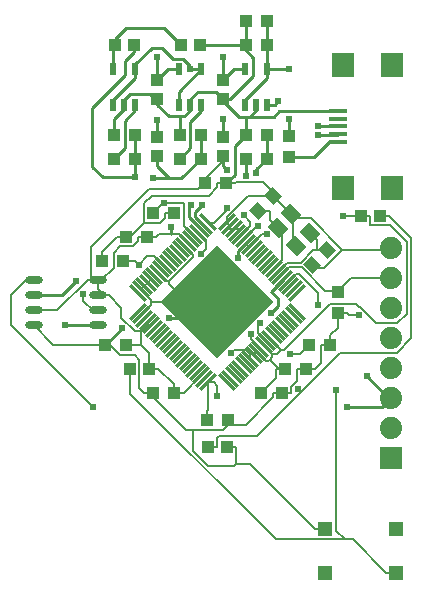
<source format=gtl>
G04 Layer: TopLayer*
G04 EasyEDA v6.5.42, 2024-03-17 19:56:20*
G04 22851bfb20aa482085f49a562fa88950,7084cd4cda9a42c7a5f6ba31724bf8e5,10*
G04 Gerber Generator version 0.2*
G04 Scale: 100 percent, Rotated: No, Reflected: No *
G04 Dimensions in millimeters *
G04 leading zeros omitted , absolute positions ,4 integer and 5 decimal *
%FSLAX45Y45*%
%MOMM*%

%AMMACRO1*21,1,$1,$2,0,0,$3*%
%ADD10C,0.2032*%
%ADD11C,0.2540*%
%ADD12O,1.5200122X0.5999988*%
%ADD13R,0.5500X1.0000*%
%ADD14R,1.0000X1.1000*%
%ADD15R,1.1000X1.0000*%
%ADD16R,1.5240X0.4000*%
%ADD17R,1.9000X2.1000*%
%ADD18MACRO1,1X1.1X-134.9990*%
%ADD19MACRO1,1X1.1X-135.0000*%
%ADD20R,1.2000X1.2000*%
%ADD21MACRO1,1.4X1.15X135.0007*%
%ADD22MACRO1,1.4X1.15X135.0000*%
%ADD23MACRO1,1.4X1.15X134.9993*%
%ADD24MACRO1,0.2489X1.905X135.0000*%
%ADD25MACRO1,0.2515X1.905X134.9959*%
%ADD26MACRO1,0.2489X1.905X135.0041*%
%ADD27MACRO1,0.2515X1.905X135.0041*%
%ADD28MACRO1,0.2489X1.905X134.9959*%
%ADD29MACRO1,0.2514X1.905X135.0000*%
%ADD30MACRO1,0.2489X1.905X45.0041*%
%ADD31MACRO1,0.2489X1.905X44.9959*%
%ADD32MACRO1,0.2515X1.905X45.0041*%
%ADD33MACRO1,0.2514X1.905X45.0000*%
%ADD34MACRO1,0.2489X1.905X45.0000*%
%ADD35MACRO1,0.2515X1.905X44.9959*%
%ADD36MACRO1,6.7488X6.7488X45.0002*%
%ADD37R,1.8796X1.8796*%
%ADD38C,1.8796*%
%ADD39C,0.6096*%
%ADD40C,0.0111*%

%LPD*%
D10*
X8731498Y5986779D02*
G01*
X8650218Y5905500D01*
X8569959Y5905500D01*
D11*
X9220200Y5720079D02*
G01*
X9403079Y5537200D01*
X9423400Y5537200D01*
X8204911Y6852691D02*
G01*
X8130540Y6778320D01*
X8130540Y6723379D01*
X8515858Y6541515D02*
G01*
X8409940Y6436360D01*
X8465820Y6380479D01*
X8465820Y6311900D01*
X8409940Y6256020D01*
X8006079Y7899400D02*
G01*
X8003540Y7896860D01*
X8003540Y7743164D01*
X8003540Y8225789D02*
G01*
X8003540Y8427720D01*
X8372957Y7561579D02*
G01*
X8285479Y7474102D01*
X8285479Y7439660D01*
X8034020Y7467600D02*
G01*
X8003540Y7498079D01*
X8003540Y7583170D01*
X8192947Y7764779D02*
G01*
X8100059Y7671892D01*
X8100059Y7428407D01*
X8030032Y7358379D01*
X7444740Y7583170D02*
G01*
X7444740Y7498079D01*
X7546340Y7396479D01*
X7649057Y7396479D01*
X7814157Y7561579D01*
X7411720Y7396479D02*
G01*
X7546340Y7396479D01*
D10*
X9173209Y7078979D02*
G01*
X9019540Y7078979D01*
D11*
X6662414Y6156957D02*
G01*
X6667492Y6151879D01*
X6946569Y6151879D01*
X6761485Y6527800D02*
G01*
X6639565Y6405879D01*
X6398590Y6405879D01*
X7546340Y6212839D02*
G01*
X7819542Y6212839D01*
X7953629Y6346926D01*
X7004227Y5986779D02*
G01*
X7007859Y5986779D01*
X7147559Y6126479D01*
D10*
X7758938Y6909308D02*
G01*
X7673593Y6994652D01*
X7673593Y7176008D01*
X7663941Y7185405D01*
X7500620Y7185405D01*
D11*
X7559040Y6987539D02*
G01*
X7559040Y6926326D01*
X7843774Y6994144D02*
G01*
X7764779Y7071360D01*
X7764779Y7109460D01*
X7825740Y7170420D01*
X7815529Y6965848D02*
G01*
X7711440Y7069937D01*
X7711440Y7147560D01*
X7734300Y7170420D01*
D10*
X8034020Y7147560D02*
G01*
X8034020Y7130293D01*
X7926064Y7022337D01*
D11*
X8978651Y7770873D02*
G01*
X8972557Y7764779D01*
X8806179Y7764779D01*
X8806179Y7838439D02*
G01*
X8976111Y7838439D01*
X8978651Y7835900D01*
X7634147Y7764779D02*
G01*
X7634147Y7922260D01*
X8193024Y7561579D02*
G01*
X8194040Y7419339D01*
X8377936Y8021167D02*
G01*
X8440267Y8021167D01*
X8470900Y8051800D01*
D10*
X7850124Y7358379D02*
G01*
X7850124Y7387844D01*
X8003540Y7541260D01*
X8003540Y7583170D01*
D11*
X7819136Y8021167D02*
G01*
X7819136Y7968995D01*
X7724140Y7874000D01*
X7724140Y7651572D01*
X7634147Y7561579D01*
X7245350Y8526779D02*
G01*
X7245350Y8462010D01*
X7172959Y8389620D01*
X7172959Y8270239D01*
X6896100Y7993379D01*
X6896100Y7495539D01*
X6987540Y7404100D01*
X7254240Y7404100D01*
X7256779Y7406639D01*
X7444740Y7894320D02*
G01*
X7444740Y7743164D01*
X7444740Y8225789D02*
G01*
X7444740Y8427720D01*
X7819136Y8321039D02*
G01*
X7724140Y8323579D01*
X8377936Y8321167D02*
G01*
X8557133Y8321167D01*
X8559800Y8318500D01*
X8562340Y7758277D02*
G01*
X8562340Y7896860D01*
X8559800Y7899400D01*
X8372957Y8526779D02*
G01*
X8372957Y8729979D01*
X8377936Y8321167D02*
G01*
X8372957Y8326145D01*
X8372957Y8526779D01*
X8193024Y8526779D02*
G01*
X8193024Y8482076D01*
X8257540Y8417560D01*
X8257540Y8260079D01*
X8063229Y8065770D01*
X8003540Y8065770D01*
X8187943Y8021065D02*
G01*
X8187943Y8055863D01*
X8377936Y8245855D01*
X8377936Y8321039D01*
X8192947Y8526779D02*
G01*
X8192947Y8729979D01*
X7804124Y8526779D02*
G01*
X8192947Y8526779D01*
X7255256Y7561579D02*
G01*
X7256779Y7406639D01*
X7814157Y7764779D02*
G01*
X7814157Y7561579D01*
X8372957Y7764779D02*
G01*
X8372957Y7561579D01*
X8978747Y7705877D02*
G01*
X8902217Y7705877D01*
X8774607Y7578267D01*
X8562340Y7578267D01*
X8229600Y7919720D02*
G01*
X8432800Y7919720D01*
X8478977Y7965897D01*
X8978747Y7965897D01*
X8192947Y7764779D02*
G01*
X8192947Y7919720D01*
X8003540Y8065795D02*
G01*
X8003540Y8051800D01*
X8135620Y7919720D01*
X8229600Y7919720D01*
X8282940Y7973060D01*
X8282940Y8021167D01*
X7444740Y8065795D02*
G01*
X7444740Y8021320D01*
X7543800Y7922260D01*
X7675879Y7922260D01*
X7724140Y7970520D01*
X7724140Y8021167D01*
X7724140Y8021167D02*
G01*
X7724140Y8067039D01*
X7787640Y8130539D01*
X7938795Y8130539D01*
X8003540Y8065795D01*
X8003540Y8225789D02*
G01*
X8098916Y8321167D01*
X8187943Y8321167D01*
X7629143Y8021167D02*
G01*
X7629143Y8131175D01*
X7819136Y8321167D01*
X7629143Y8321167D02*
G01*
X7540116Y8321167D01*
X7444740Y8225789D01*
X7085355Y8526779D02*
G01*
X7085355Y8576335D01*
X7180579Y8671560D01*
X7499350Y8671560D01*
X7644129Y8526779D01*
X7070343Y8321167D02*
G01*
X7070343Y8511768D01*
X7085355Y8526779D01*
X7070343Y8021167D02*
G01*
X7070343Y8058404D01*
X7260336Y8248395D01*
X7260336Y8321167D01*
X7165340Y8021065D02*
G01*
X7165340Y8056879D01*
X7216140Y8107679D01*
X7386320Y8107679D01*
X7428229Y8065770D01*
X7444740Y8065770D01*
X7075424Y7561579D02*
G01*
X7170420Y7655560D01*
X7170420Y7881620D01*
X7260336Y7971536D01*
X7260336Y8021065D01*
X7075424Y7764779D02*
G01*
X7075424Y7895844D01*
X7165340Y7985760D01*
X7165340Y8021065D01*
X7255357Y7561579D02*
G01*
X7255344Y7764779D01*
D10*
X7867904Y5351779D02*
G01*
X7867904Y5432297D01*
X7872222Y5671312D02*
G01*
X7872222Y5436615D01*
X7867904Y5432297D01*
X8315959Y6169660D02*
G01*
X8296658Y6150358D01*
X8296658Y6088634D01*
X8374634Y6010653D01*
X7500620Y7185405D02*
G01*
X7491729Y7185405D01*
X7410704Y7104379D01*
X7872222Y5671312D02*
G01*
X7926070Y5671312D01*
X7926064Y5671312D02*
G01*
X7955279Y5642096D01*
X7955279Y5552439D01*
X9469374Y4056887D02*
G01*
X9383775Y4056887D01*
X7818120Y6756400D02*
G01*
X7860791Y6799071D01*
X7860791Y6864095D01*
X7787134Y6937499D01*
X9033769Y4341111D02*
G01*
X8961120Y4413760D01*
X8961120Y5605779D01*
X9383775Y4056887D02*
G01*
X9099550Y4341113D01*
X9033763Y4341113D01*
X9033763Y4341113D02*
G01*
X8447531Y4341113D01*
X7217409Y5571236D01*
X7217409Y5783579D01*
X8431022Y6626352D02*
G01*
X8505443Y6700773D01*
X8505443Y6937755D01*
X8465820Y6977379D01*
X8465820Y6977379D02*
G01*
X8400541Y7042658D01*
X8400541Y7116826D01*
X8300465Y7116826D02*
G01*
X8400541Y7116826D01*
X8796274Y6786879D02*
G01*
X8885174Y6786879D01*
X8734552Y6934962D02*
G01*
X8796274Y6873239D01*
X8796274Y6786879D01*
X8796274Y6786879D02*
G01*
X8796274Y6786879D01*
X8766556Y6786879D01*
X8659113Y6679437D01*
X8540750Y6679437D01*
X8459470Y6598158D01*
X9333229Y7078979D02*
G01*
X9408922Y7078979D01*
X7877809Y5123179D02*
G01*
X7953502Y5123179D01*
X8317991Y5954268D02*
G01*
X8239252Y6032754D01*
X8239252Y6080505D01*
X8640572Y5610860D02*
G01*
X8664447Y5586984D01*
X9408922Y7078979D02*
G01*
X9595358Y6892544D01*
X9595358Y6041389D01*
X9472168Y5918200D01*
X8995918Y5918200D01*
X8664447Y5586984D01*
X8664447Y5586984D02*
G01*
X8291068Y5213350D01*
X7967979Y5213350D01*
X7953502Y5198871D01*
X7953502Y5123179D01*
X7391400Y6152134D02*
G01*
X7364475Y6152134D01*
X7377429Y5783579D02*
G01*
X7377429Y5864097D01*
X7364475Y6152134D02*
G01*
X7362952Y6152134D01*
X7286497Y6901179D02*
G01*
X7286497Y6863334D01*
X7243572Y6820408D01*
X7129525Y6820408D01*
X7076947Y6768084D01*
X7076947Y6637528D01*
X6972300Y6532879D01*
X6946645Y6532879D01*
X7310881Y5986779D02*
G01*
X7184136Y5986779D01*
X7324343Y6901179D02*
G01*
X7286497Y6901179D01*
X7324343Y6901179D02*
G01*
X7361936Y6901179D01*
X7310881Y5986779D02*
G01*
X7377429Y5920231D01*
X7377429Y5864097D01*
X7872222Y7022337D02*
G01*
X7926070Y7022337D01*
X7850126Y7358379D02*
G01*
X7794246Y7302500D01*
X7673340Y7302500D01*
X7377429Y5783579D02*
G01*
X7453122Y5783579D01*
X7362952Y6152134D02*
G01*
X7362952Y6180581D01*
X7361936Y6901179D02*
G01*
X7437627Y6901179D01*
X7815579Y5727954D02*
G01*
X7668006Y5580379D01*
X7590536Y5580379D01*
X7590536Y5660897D02*
G01*
X7575550Y5660897D01*
X7453122Y5783579D01*
X7590536Y5580379D02*
G01*
X7590536Y5660897D01*
X8973820Y6432295D02*
G01*
X8973820Y6443726D01*
X9423400Y6553200D02*
G01*
X9083293Y6553200D01*
X8973820Y6443726D01*
X8973820Y6443726D02*
G01*
X8866886Y6443726D01*
X8666988Y6643623D01*
X8561324Y6643623D01*
X8487663Y6569963D01*
X7362952Y6152134D02*
G01*
X7310881Y6100063D01*
X7310881Y6100063D02*
G01*
X7310881Y5986779D01*
X6997700Y6410957D02*
G01*
X6946569Y6462087D01*
X6946569Y6532879D01*
X6946569Y6405879D02*
G01*
X7038340Y6405879D01*
X7142223Y6301996D01*
X7142223Y6212080D01*
X7253980Y6100061D01*
X7310884Y6100061D01*
X7702295Y6852665D02*
G01*
X7628890Y6926326D01*
X7462774Y6926326D01*
X7437627Y6901179D01*
X6946645Y6532879D02*
G01*
X6888479Y6532879D01*
X6888479Y6812279D01*
X7378700Y7302500D01*
X7673340Y7302500D01*
X6946569Y6532879D02*
G01*
X6905492Y6532879D01*
X6900415Y6537957D01*
X6398590Y6278879D02*
G01*
X6600187Y6278879D01*
X6859264Y6537957D01*
X6900415Y6537957D01*
X8176259Y7086600D02*
G01*
X8233915Y7028944D01*
X8233915Y6994649D01*
X8148314Y6909308D01*
X8176513Y6880860D02*
G01*
X8292084Y6996429D01*
X8299704Y6996429D01*
X8299704Y6996429D01*
X8233156Y6824471D02*
G01*
X8335263Y6926326D01*
X8370315Y6926326D01*
X6819651Y6418834D02*
G01*
X6819651Y6360411D01*
X6901182Y6278879D01*
X6946569Y6278879D01*
X6398590Y6532879D02*
G01*
X6336791Y6532879D01*
X6209284Y6405369D01*
X6209284Y6155692D01*
X6900664Y5464230D01*
X8544306Y6513321D02*
G01*
X8617711Y6586728D01*
X8645397Y6586728D01*
X8808465Y6423660D01*
X8808465Y6323076D01*
X8325104Y5580379D02*
G01*
X8452611Y5707887D01*
X8452611Y5783579D01*
X9173209Y7078979D02*
G01*
X9248902Y7078979D01*
X8496045Y5945886D02*
G01*
X8402827Y6039104D01*
X8496045Y5945886D02*
G01*
X8458961Y5908802D01*
X8419845Y5908802D01*
X8528304Y5783579D02*
G01*
X8475218Y5783579D01*
X8475218Y5783579D02*
G01*
X8452611Y5783579D01*
X8396731Y5862065D02*
G01*
X8475218Y5783579D01*
X8419845Y5908802D02*
G01*
X8419845Y5885179D01*
X8396731Y5862065D01*
X8396731Y5862065D02*
G01*
X8387079Y5852413D01*
X8363204Y5852413D01*
X8289797Y5925820D01*
X8419845Y5908802D02*
G01*
X8346186Y5982462D01*
X8496045Y5945886D02*
G01*
X8522208Y5945886D01*
X8599677Y6023355D01*
X8603488Y6023355D01*
X8908288Y6328155D01*
X9131045Y6328155D01*
X9151874Y6307328D01*
X9161525Y6307328D01*
X9174988Y6293865D01*
X9179559Y6293865D01*
X9301225Y6172200D01*
X9479025Y6172200D01*
X9556495Y6249670D01*
X9556495Y6856221D01*
X9414509Y6998208D01*
X9253981Y6998208D01*
X9248902Y7003287D01*
X9248902Y7078979D01*
X7158736Y6697979D02*
G01*
X7234427Y6697979D01*
X8233156Y5869431D02*
G01*
X8233156Y5908039D01*
X8261350Y5908039D02*
G01*
X8233156Y5908039D01*
X8289797Y5925820D02*
G01*
X8279384Y5925820D01*
X8261350Y5908039D01*
X8261350Y5908039D02*
G01*
X8261350Y5897626D01*
X8068056Y5917184D02*
G01*
X8095234Y5944362D01*
X8196834Y5944362D01*
X8233156Y5908039D01*
X7289291Y6665721D02*
G01*
X7257034Y6697979D01*
X7234427Y6697979D01*
X7504429Y6654545D02*
G01*
X7420609Y6738365D01*
X7362190Y6738365D01*
X7289291Y6665721D01*
X7306309Y6456679D02*
G01*
X7334758Y6484873D01*
X7334758Y6484873D02*
G01*
X7362952Y6513321D01*
X7362952Y6513321D02*
G01*
X7391145Y6541515D01*
X8035290Y7022337D02*
G01*
X8063484Y6994144D01*
X8063484Y6994144D01*
X8063484Y6994144D02*
G01*
X8063484Y6991350D01*
X8037829Y6965950D01*
X8064754Y6965950D02*
G01*
X8091677Y6965950D01*
X8145525Y6965950D02*
G01*
X8120125Y6940295D01*
X8120125Y6937502D01*
X8091677Y6965950D02*
G01*
X8145525Y6965950D01*
X8911336Y5986779D02*
G01*
X8911336Y6067297D01*
X7106411Y6901179D02*
G01*
X6983729Y6778497D01*
X6978904Y6778497D01*
X7182104Y6901179D02*
G01*
X7106411Y6901179D01*
X6978904Y6697979D02*
G01*
X6978904Y6778497D01*
X8911336Y6067297D02*
G01*
X8973820Y6129781D01*
X8973820Y6252463D01*
X8869425Y4426712D02*
G01*
X8783827Y4426712D01*
X8037829Y5123179D02*
G01*
X8113522Y5123179D01*
X6398590Y6151879D02*
G01*
X6563690Y5986779D01*
X7004298Y5986779D01*
X8757665Y6659626D02*
G01*
X8757665Y6635750D01*
X8047736Y5351779D02*
G01*
X8047736Y5311394D01*
X8047736Y5311394D02*
G01*
X8198358Y5311394D01*
X8429497Y5542534D01*
X8429497Y5580379D01*
X8504936Y5580379D02*
G01*
X8429497Y5580379D01*
X8578850Y7090410D02*
G01*
X8596629Y7072884D01*
X8596629Y7058913D01*
X8596629Y7058913D02*
G01*
X8596629Y6846570D01*
X8621522Y6821678D01*
X9012936Y6792721D02*
G01*
X8856218Y6635750D01*
X8757665Y6635750D01*
X9423400Y6807200D02*
G01*
X9408922Y6792721D01*
X9012936Y6792721D01*
X9012936Y6792721D02*
G01*
X8746743Y7058913D01*
X8596629Y7058913D01*
X8504936Y5580379D02*
G01*
X8580627Y5580379D01*
X7042150Y5986779D02*
G01*
X7131050Y5897879D01*
X7252715Y5897879D01*
X7293102Y5857239D01*
X7293102Y5622289D01*
X7335011Y5580379D01*
X7590536Y7104379D02*
G01*
X7515097Y7104379D01*
X8670543Y5783579D02*
G01*
X8632697Y5783579D01*
X8670543Y5783579D02*
G01*
X8708136Y5783579D01*
X8783827Y5783579D02*
G01*
X8835897Y5835395D01*
X8835897Y5986779D01*
X8708136Y5783579D02*
G01*
X8783827Y5783579D01*
X8911336Y5986779D02*
G01*
X8835897Y5986779D01*
X8105647Y7358379D02*
G01*
X8112252Y7364984D01*
X8341613Y7364984D01*
X8427974Y7278878D01*
X8427974Y7244079D01*
X7372858Y5580379D02*
G01*
X7377429Y5580379D01*
X7372858Y5580379D02*
G01*
X7335011Y5580379D01*
X7410704Y5580379D02*
G01*
X7377429Y5580379D01*
X8067802Y7358379D02*
G01*
X8105647Y7358379D01*
X8067802Y7358379D02*
G01*
X8029956Y7358379D01*
X8029956Y7358379D02*
G01*
X7954518Y7358379D01*
X8427974Y7244079D02*
G01*
X8578850Y7093204D01*
X8578850Y7090410D01*
X7377429Y5580379D02*
G01*
X7690611Y5266944D01*
X7751572Y5266944D01*
X7751572Y5266944D02*
G01*
X8003286Y5266944D01*
X8047736Y5311394D01*
X8113522Y4976876D02*
G01*
X8113522Y5123179D01*
X8783827Y4426712D02*
G01*
X8233663Y4976876D01*
X8113522Y4976876D01*
X8113522Y4976876D02*
G01*
X8097011Y4960620D01*
X7878825Y4960620D01*
X7751572Y5087873D01*
X7751572Y5266944D01*
X7335011Y7017765D02*
G01*
X7469631Y7017765D01*
X7515097Y7063231D01*
X7515097Y7104379D01*
X7335011Y7017765D02*
G01*
X7218172Y6901179D01*
X7182104Y6901179D01*
X8035290Y7022337D02*
G01*
X8035290Y7068565D01*
X8210804Y7244079D01*
X8427974Y7244079D01*
X8973820Y6252463D02*
G01*
X9054591Y6252463D01*
X9054591Y6252463D02*
G01*
X9069070Y6237731D01*
X9156191Y6237731D01*
X7450836Y6346952D02*
G01*
X7393686Y6346952D01*
X7393686Y6346952D02*
G01*
X7393686Y6369304D01*
X7306309Y6456679D01*
X7953756Y6346952D02*
G01*
X7702295Y6346952D01*
X7702295Y6346952D02*
G01*
X7450836Y6346952D01*
X7702295Y6346952D02*
G01*
X7545831Y6503415D01*
X7545831Y6523481D01*
X7545831Y6523481D02*
G01*
X7522463Y6523481D01*
X7447788Y6598158D01*
X7004304Y5986779D02*
G01*
X7042150Y5986779D01*
X7306563Y6236970D02*
G01*
X7393686Y6324345D01*
X7393686Y6346952D01*
X8064754Y6965950D02*
G01*
X8043418Y6965950D01*
X8043418Y6965950D02*
G01*
X8037829Y6965950D01*
X7674102Y6824471D02*
G01*
X7749031Y6749542D01*
X7749031Y6749542D02*
G01*
X7749031Y6726681D01*
X7545831Y6523481D01*
X8580627Y5580379D02*
G01*
X8580627Y5630418D01*
X8632697Y5682234D01*
X8632697Y5783579D01*
X7954518Y7358379D02*
G01*
X7954518Y7318755D01*
X7883906Y7248144D01*
X7397241Y7248144D01*
X7335011Y7185913D01*
X7335011Y7017765D01*
X8037829Y5123179D02*
G01*
X8113522Y5123179D01*
D11*
X9052559Y5463539D02*
G01*
X9349740Y5463539D01*
X9423400Y5537200D01*
X7724140Y8323579D02*
G01*
X7724140Y8346439D01*
X7660640Y8409939D01*
X7579359Y8409939D01*
X7485379Y8503920D01*
X7401559Y8503920D01*
X7260336Y8362695D01*
X7260336Y8321167D01*
D12*
G01*
X6946569Y6151879D03*
G01*
X6946569Y6278879D03*
G01*
X6946569Y6405879D03*
G01*
X6946569Y6532879D03*
G01*
X6398590Y6151879D03*
G01*
X6398590Y6278879D03*
G01*
X6398590Y6405879D03*
G01*
X6398590Y6532879D03*
D13*
G01*
X7070343Y8321167D03*
G01*
X7260336Y8321167D03*
G01*
X7260336Y8021167D03*
G01*
X7165340Y8021167D03*
G01*
X7070343Y8021167D03*
D14*
G01*
X7075347Y7764779D03*
G01*
X7255357Y7764779D03*
D13*
G01*
X8187943Y8321167D03*
G01*
X8377936Y8321167D03*
G01*
X8377936Y8021167D03*
G01*
X8282940Y8021167D03*
G01*
X8187943Y8021167D03*
D15*
G01*
X8562340Y7758277D03*
G01*
X8562340Y7578267D03*
D14*
G01*
X7644129Y8526779D03*
G01*
X7804124Y8526779D03*
G01*
X8325027Y5580379D03*
G01*
X8505037Y5580379D03*
G01*
X8528227Y5783579D03*
G01*
X8708237Y5783579D03*
D13*
G01*
X7629143Y8321167D03*
G01*
X7819136Y8321167D03*
G01*
X7819136Y8021167D03*
G01*
X7724140Y8021167D03*
G01*
X7629143Y8021167D03*
D14*
G01*
X7877809Y5123179D03*
G01*
X8037804Y5123179D03*
G01*
X9333229Y7078979D03*
G01*
X9173235Y7078979D03*
D16*
G01*
X8978747Y7705877D03*
G01*
X8978747Y7770901D03*
G01*
X8978747Y7835900D03*
G01*
X8978747Y7900898D03*
G01*
X8978747Y7965897D03*
D17*
G01*
X9436252Y8355888D03*
G01*
X9436252Y7315885D03*
G01*
X9016238Y7315885D03*
G01*
X9016238Y8355888D03*
D18*
G01*
X8885057Y6787018D03*
D19*
G01*
X8757771Y6659731D03*
D18*
G01*
X8427857Y7244218D03*
D19*
G01*
X8300571Y7116931D03*
D15*
G01*
X7444740Y8225789D03*
G01*
X7444740Y8065795D03*
G01*
X8003540Y8225789D03*
G01*
X8003540Y8065795D03*
G01*
X8003540Y7583170D03*
G01*
X8003540Y7743164D03*
D14*
G01*
X7377429Y5783579D03*
G01*
X7217435Y5783579D03*
G01*
X7004227Y5986779D03*
G01*
X7184237Y5986779D03*
G01*
X8192947Y8729979D03*
G01*
X8372957Y8729979D03*
G01*
X8192947Y8526779D03*
G01*
X8372957Y8526779D03*
G01*
X7075347Y7561579D03*
G01*
X7255357Y7561579D03*
G01*
X7634147Y7561579D03*
G01*
X7814157Y7561579D03*
G01*
X8192947Y7561579D03*
G01*
X8372957Y7561579D03*
D20*
G01*
X8869400Y4426788D03*
G01*
X9469399Y4426788D03*
G01*
X8869400Y4056786D03*
G01*
X9469399Y4056786D03*
D14*
G01*
X7245350Y8526779D03*
G01*
X7085355Y8526779D03*
G01*
X7410627Y5580379D03*
G01*
X7590637Y5580379D03*
D15*
G01*
X8973820Y6252387D03*
G01*
X8973820Y6432397D03*
D14*
G01*
X7410627Y7104379D03*
G01*
X7590637Y7104379D03*
G01*
X6978827Y6697979D03*
G01*
X7158837Y6697979D03*
G01*
X7182027Y6901179D03*
G01*
X7362037Y6901179D03*
G01*
X8731427Y5986779D03*
G01*
X8911437Y5986779D03*
G01*
X7867827Y5351779D03*
G01*
X8047837Y5351779D03*
G01*
X8030032Y7358379D03*
G01*
X7850022Y7358379D03*
G01*
X7634147Y7764779D03*
G01*
X7814157Y7764779D03*
G01*
X8192947Y7764779D03*
G01*
X8372957Y7764779D03*
D15*
G01*
X7444740Y7583170D03*
G01*
X7444740Y7743164D03*
D21*
G01*
X8465807Y6977378D03*
D22*
G01*
X8734532Y6934955D03*
G01*
X8621381Y6821803D03*
D23*
G01*
X8578957Y7090529D03*
D24*
G01*
X7278137Y6265386D03*
D25*
G01*
X7306425Y6237099D03*
D26*
G01*
X7334713Y6208811D03*
D25*
G01*
X7363001Y6180523D03*
D26*
G01*
X7391289Y6152235D03*
D25*
G01*
X7419577Y6123947D03*
D24*
G01*
X7447864Y6095660D03*
D27*
G01*
X7476152Y6067372D03*
D28*
G01*
X7504440Y6039084D03*
D27*
G01*
X7532728Y6010796D03*
D28*
G01*
X7561016Y5982508D03*
D29*
G01*
X7589302Y5954221D03*
D24*
G01*
X7617590Y5925933D03*
D26*
G01*
X7645789Y5897735D03*
D25*
G01*
X7674077Y5869447D03*
D24*
G01*
X7702364Y5841159D03*
D27*
G01*
X7730652Y5812872D03*
D28*
G01*
X7758940Y5784584D03*
D27*
G01*
X7787228Y5756296D03*
D28*
G01*
X7815516Y5728008D03*
D27*
G01*
X7843804Y5699720D03*
D24*
G01*
X7872091Y5671432D03*
D30*
G01*
X8035173Y5671432D03*
D31*
G01*
X8063370Y5699630D03*
D32*
G01*
X8091658Y5727918D03*
D31*
G01*
X8119946Y5756206D03*
D32*
G01*
X8148234Y5784494D03*
D31*
G01*
X8176522Y5812782D03*
D33*
G01*
X8204810Y5841069D03*
D34*
G01*
X8233098Y5869357D03*
D35*
G01*
X8261385Y5897645D03*
D30*
G01*
X8289673Y5925933D03*
D35*
G01*
X8317961Y5954221D03*
D30*
G01*
X8346249Y5982508D03*
D35*
G01*
X8374537Y6010796D03*
D34*
G01*
X8402824Y6039084D03*
D33*
G01*
X8431112Y6067372D03*
D34*
G01*
X8459400Y6095659D03*
D32*
G01*
X8487688Y6123947D03*
D31*
G01*
X8515976Y6152235D03*
D32*
G01*
X8544264Y6180523D03*
D31*
G01*
X8572552Y6208811D03*
D32*
G01*
X8600840Y6237099D03*
D34*
G01*
X8629128Y6265386D03*
D26*
G01*
X8629128Y6428468D03*
D25*
G01*
X8600840Y6456756D03*
D26*
G01*
X8572552Y6485044D03*
D25*
G01*
X8544264Y6513332D03*
D24*
G01*
X8515976Y6541618D03*
D29*
G01*
X8487688Y6569906D03*
D24*
G01*
X8459400Y6598194D03*
D29*
G01*
X8431112Y6626482D03*
D24*
G01*
X8402824Y6654770D03*
D26*
G01*
X8374627Y6682968D03*
D25*
G01*
X8346339Y6711256D03*
D26*
G01*
X8318051Y6739544D03*
D25*
G01*
X8289763Y6767832D03*
D24*
G01*
X8261475Y6796119D03*
D29*
G01*
X8233187Y6824407D03*
D24*
G01*
X8204899Y6852695D03*
D29*
G01*
X8176611Y6880983D03*
D24*
G01*
X8148323Y6909271D03*
D27*
G01*
X8120037Y6937559D03*
D28*
G01*
X8091749Y6965847D03*
D27*
G01*
X8063461Y6994135D03*
D28*
G01*
X8035173Y7022423D03*
D34*
G01*
X7872091Y7022423D03*
D35*
G01*
X7843804Y6994135D03*
D30*
G01*
X7815516Y6965847D03*
D35*
G01*
X7787228Y6937559D03*
D30*
G01*
X7758940Y6909271D03*
D35*
G01*
X7730652Y6880983D03*
D30*
G01*
X7702364Y6852695D03*
D33*
G01*
X7674077Y6824407D03*
D31*
G01*
X7645789Y6796120D03*
D32*
G01*
X7617501Y6767832D03*
D31*
G01*
X7589213Y6739544D03*
D32*
G01*
X7560925Y6711256D03*
D31*
G01*
X7532637Y6682968D03*
D32*
G01*
X7504349Y6654680D03*
D34*
G01*
X7476062Y6626393D03*
D33*
G01*
X7447774Y6598105D03*
D30*
G01*
X7419487Y6569817D03*
D35*
G01*
X7391199Y6541529D03*
D30*
G01*
X7362911Y6513241D03*
D35*
G01*
X7334623Y6484954D03*
D30*
G01*
X7306335Y6456666D03*
D31*
G01*
X7278137Y6428468D03*
D36*
G01*
X7953632Y6346926D03*
D37*
G01*
X9423400Y5029200D03*
D38*
G01*
X9423400Y5283200D03*
G01*
X9423400Y5537200D03*
G01*
X9423400Y5791200D03*
G01*
X9423400Y6045200D03*
G01*
X9423400Y6299200D03*
G01*
X9423400Y6553200D03*
G01*
X9423400Y6807200D03*
D39*
G01*
X9220200Y5720079D03*
G01*
X8130540Y6723379D03*
G01*
X8409940Y6256020D03*
G01*
X8034020Y7467600D03*
G01*
X8285479Y7439660D03*
G01*
X7411720Y7396479D03*
G01*
X9019540Y7078979D03*
G01*
X6662420Y6156960D03*
G01*
X6761479Y6527800D03*
G01*
X7546340Y6212839D03*
G01*
X7147559Y6126479D03*
G01*
X7559040Y6987539D03*
G01*
X7825740Y7170420D03*
G01*
X7734300Y7170420D03*
G01*
X8806179Y7838439D03*
G01*
X8806179Y7764779D03*
G01*
X8470900Y8051800D03*
G01*
X8194040Y7419339D03*
G01*
X7444740Y7894320D03*
G01*
X7444740Y8427720D03*
G01*
X8006079Y7899400D03*
G01*
X8003540Y8427720D03*
G01*
X7724140Y8323579D03*
G01*
X8559800Y8318500D03*
G01*
X8559800Y7899400D03*
G01*
X7256779Y7406639D03*
G01*
X8569959Y5905500D03*
G01*
X8315959Y6169660D03*
G01*
X7500620Y7185405D03*
G01*
X7955279Y5552439D03*
G01*
X8961120Y5605779D03*
G01*
X7818120Y6756400D03*
G01*
X8239252Y6080505D03*
G01*
X8640572Y5610860D03*
G01*
X8034020Y7147560D03*
G01*
X8176259Y7086600D03*
G01*
X8299704Y6996429D03*
G01*
X8370315Y6926326D03*
G01*
X6819645Y6418834D03*
G01*
X8808465Y6323076D03*
G01*
X7289291Y6665721D03*
G01*
X8068056Y5917184D03*
G01*
X9156191Y6237731D03*
G01*
X6900672Y5464225D03*
G01*
X9052559Y5463539D03*
M02*

</source>
